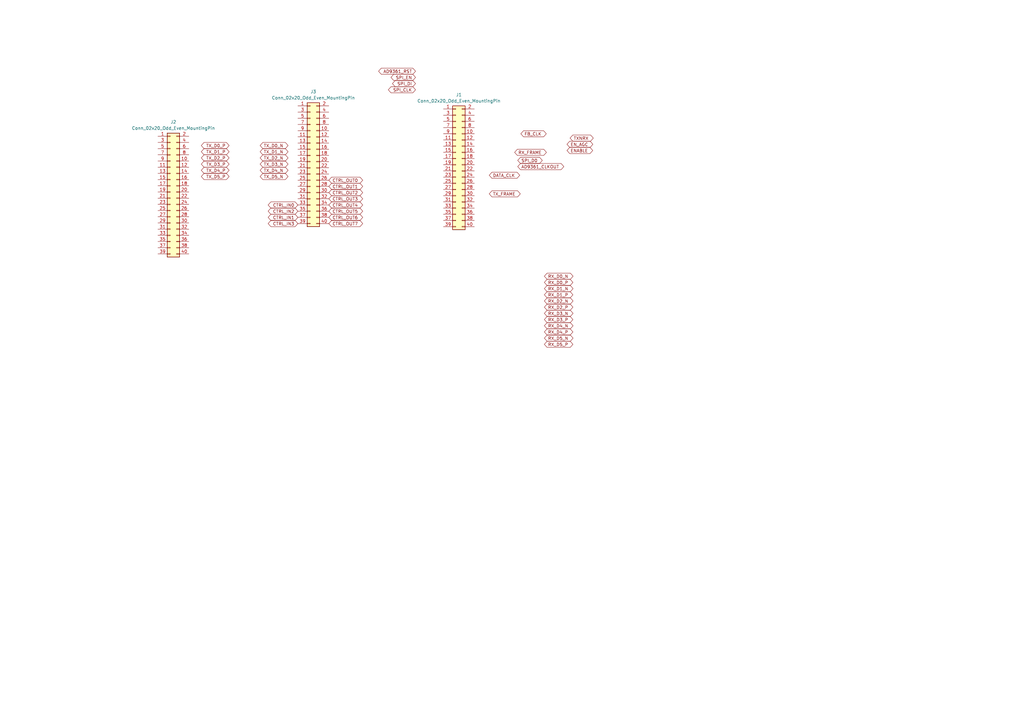
<source format=kicad_sch>
(kicad_sch (version 20231120) (generator "eeschema") (generator_version "8.0")
  (paper "A3")
  (lib_symbols
    (symbol "Conn_02x20_Odd_Even_MountingPin_1" (pin_names (offset 1.016) hide)
      (property "Reference" "J3" (at 1.27 28.702 0))
      (property "Value" "Conn_02x20_Odd_Even_MountingPin" (at 1.27 26.162 0))
      (symbol "Conn_02x20_Odd_Even_MountingPin_1_1_1"
        (rectangle (start -1.27 -25.273) (end 0 -25.527) (stroke (width 0.1524)))
        (rectangle (start -1.27 -22.733) (end 0 -22.987) (stroke (width 0.1524)))
        (rectangle (start -1.27 -20.193) (end 0 -20.447) (stroke (width 0.1524)))
        (rectangle (start -1.27 -17.653) (end 0 -17.907) (stroke (width 0.1524)))
        (rectangle (start -1.27 -15.113) (end 0 -15.367) (stroke (width 0.1524)))
        (rectangle (start -1.27 -12.573) (end 0 -12.827) (stroke (width 0.1524)))
        (rectangle (start -1.27 -10.033) (end 0 -10.287) (stroke (width 0.1524)))
        (rectangle (start -1.27 -7.493) (end 0 -7.747) (stroke (width 0.1524)))
        (rectangle (start -1.27 -4.953) (end 0 -5.207) (stroke (width 0.1524)))
        (rectangle (start -1.27 -2.413) (end 0 -2.667) (stroke (width 0.1524)))
        (rectangle (start -1.27 0.127) (end 0 -0.127) (stroke (width 0.1524)))
        (rectangle (start -1.27 2.667) (end 0 2.413) (stroke (width 0.1524)))
        (rectangle (start -1.27 5.207) (end 0 4.953) (stroke (width 0.1524)))
        (rectangle (start -1.27 7.747) (end 0 7.493) (stroke (width 0.1524)))
        (rectangle (start -1.27 10.287) (end 0 10.033) (stroke (width 0.1524)))
        (rectangle (start -1.27 12.827) (end 0 12.573) (stroke (width 0.1524)))
        (rectangle (start -1.27 15.367) (end 0 15.113) (stroke (width 0.1524)))
        (rectangle (start -1.27 17.907) (end 0 17.653) (stroke (width 0.1524)))
        (rectangle (start -1.27 20.447) (end 0 20.193) (stroke (width 0.1524)))
        (rectangle (start -1.27 22.987) (end 0 22.733) (stroke (width 0.1524)))
        (rectangle (start -1.27 24.13) (end 3.81 -26.67) (stroke (width 0.254)) (fill (type background)))
        (rectangle (start 3.81 -25.273) (end 2.54 -25.527) (stroke (width 0.1524)))
        (rectangle (start 3.81 -22.733) (end 2.54 -22.987) (stroke (width 0.1524)))
        (rectangle (start 3.81 -20.193) (end 2.54 -20.447) (stroke (width 0.1524)))
        (rectangle (start 3.81 -17.653) (end 2.54 -17.907) (stroke (width 0.1524)))
        (rectangle (start 3.81 -15.113) (end 2.54 -15.367) (stroke (width 0.1524)))
        (rectangle (start 3.81 -12.573) (end 2.54 -12.827) (stroke (width 0.1524)))
        (rectangle (start 3.81 -10.033) (end 2.54 -10.287) (stroke (width 0.1524)))
        (rectangle (start 3.81 -7.493) (end 2.54 -7.747) (stroke (width 0.1524)))
        (rectangle (start 3.81 -4.953) (end 2.54 -5.207) (stroke (width 0.1524)))
        (rectangle (start 3.81 -2.413) (end 2.54 -2.667) (stroke (width 0.1524)))
        (rectangle (start 3.81 0.127) (end 2.54 -0.127) (stroke (width 0.1524)))
        (rectangle (start 3.81 2.667) (end 2.54 2.413) (stroke (width 0.1524)))
        (rectangle (start 3.81 5.207) (end 2.54 4.953) (stroke (width 0.1524)))
        (rectangle (start 3.81 7.747) (end 2.54 7.493) (stroke (width 0.1524)))
        (rectangle (start 3.81 10.287) (end 2.54 10.033) (stroke (width 0.1524)))
        (rectangle (start 3.81 12.827) (end 2.54 12.573) (stroke (width 0.1524)))
        (rectangle (start 3.81 15.367) (end 2.54 15.113) (stroke (width 0.1524)))
        (rectangle (start 3.81 17.907) (end 2.54 17.653) (stroke (width 0.1524)))
        (rectangle (start 3.81 20.447) (end 2.54 20.193) (stroke (width 0.1524)))
        (rectangle (start 3.81 22.987) (end 2.54 22.733) (stroke (width 0.1524)))
        (pin passive line (at -5.08 22.86 0) (length 3.81) (name "Pin_1") (number "1"))
        (pin passive line (at 7.62 12.7 180) (length 3.81) (name "Pin_10") (number "10"))
        (pin passive line (at -5.08 10.16 0) (length 3.81) (name "Pin_11") (number "11"))
        (pin passive line (at 7.62 10.16 180) (length 3.81) (name "Pin_12") (number "12"))
        (pin passive line (at -5.08 7.62 0) (length 3.81) (name "Pin_13") (number "13"))
        (pin passive line (at 7.62 7.62 180) (length 3.81) (name "Pin_14") (number "14"))
        (pin passive line (at -5.08 5.08 0) (length 3.81) (name "Pin_15") (number "15"))
        (pin passive line (at 7.62 5.08 180) (length 3.81) (name "Pin_16") (number "16"))
        (pin passive line (at -5.08 2.54 0) (length 3.81) (name "Pin_17") (number "17"))
        (pin passive line (at 7.62 2.54 180) (length 3.81) (name "Pin_18") (number "18"))
        (pin passive line (at -5.08 0 0) (length 3.81) (name "Pin_19") (number "19"))
        (pin passive line (at 7.62 22.86 180) (length 3.81) (name "Pin_2") (number "2"))
        (pin passive line (at 7.62 0 180) (length 3.81) (name "Pin_20") (number "20"))
        (pin passive line (at -5.08 -2.54 0) (length 3.81) (name "Pin_21") (number "21"))
        (pin passive line (at 7.62 -2.54 180) (length 3.81) (name "Pin_22") (number "22"))
        (pin passive line (at -5.08 -5.08 0) (length 3.81) (name "Pin_23") (number "23"))
        (pin passive line (at 7.62 -5.08 180) (length 3.81) (name "Pin_24") (number "24"))
        (pin passive line (at -5.08 -7.62 0) (length 3.81) (name "Pin_25") (number "25"))
        (pin passive line (at 7.62 -7.62 180) (length 3.81) (name "Pin_26") (number "26"))
        (pin passive line (at -5.08 -10.16 0) (length 3.81) (name "Pin_27") (number "27"))
        (pin passive line (at 7.62 -10.16 180) (length 3.81) (name "Pin_28") (number "28"))
        (pin passive line (at -5.08 -12.7 0) (length 3.81) (name "Pin_29") (number "29"))
        (pin passive line (at -5.08 20.32 0) (length 3.81) (name "Pin_3") (number "3"))
        (pin passive line (at 7.62 -12.7 180) (length 3.81) (name "Pin_30") (number "30"))
        (pin passive line (at -5.08 -15.24 0) (length 3.81) (name "Pin_31") (number "31"))
        (pin passive line (at 7.62 -15.24 180) (length 3.81) (name "Pin_32") (number "32"))
        (pin passive line (at -5.08 -17.78 0) (length 3.81) (name "Pin_33") (number "33"))
        (pin passive line (at 7.62 -17.78 180) (length 3.81) (name "Pin_34") (number "34"))
        (pin passive line (at -5.08 -20.32 0) (length 3.81) (name "Pin_35") (number "35"))
        (pin passive line (at 7.62 -20.32 180) (length 3.81) (name "Pin_36") (number "36"))
        (pin passive line (at -5.08 -22.86 0) (length 3.81) (name "Pin_37") (number "37"))
        (pin passive line (at 7.62 -22.86 180) (length 3.81) (name "Pin_38") (number "38"))
        (pin passive line (at -5.08 -25.4 0) (length 3.81) (name "Pin_39") (number "39"))
        (pin passive line (at 7.62 20.32 180) (length 3.81) (name "Pin_4") (number "4"))
        (pin passive line (at 7.62 -25.4 180) (length 3.81) (name "Pin_40") (number "40"))
        (pin passive line (at -5.08 17.78 0) (length 3.81) (name "Pin_5") (number "5"))
        (pin passive line (at 7.62 17.78 180) (length 3.81) (name "Pin_6") (number "6"))
        (pin passive line (at -5.08 15.24 0) (length 3.81) (name "Pin_7") (number "7"))
        (pin passive line (at 7.62 15.24 180) (length 3.81) (name "Pin_8") (number "8"))
        (pin passive line (at -5.08 12.7 0) (length 3.81) (name "Pin_9") (number "9"))
      )
    )
  )
  (global_label "TX_D4_N" (shape bidirectional) (at 106.68 69.85 0) (property "Intersheetrefs" "${INTERSHEET_REFS}" (effects (hide yes))))
  (global_label "TX_D1_P" (shape bidirectional) (at 93.98 62.23 180) (property "Intersheetrefs" "${INTERSHEET_REFS}" (effects (hide yes))))
  (global_label "CTRL_OUT5" (shape bidirectional) (at 134.874 86.614 0) (property "Intersheetrefs" "${INTERSHEET_REFS}" (effects (hide yes))))
  (global_label "TX_D2_N" (shape bidirectional) (at 106.68 64.77 0) (property "Intersheetrefs" "${INTERSHEET_REFS}" (effects (hide yes))))
  (global_label "SPI_DI" (shape bidirectional) (at 170.434 34.29 180) (property "Intersheetrefs" "${INTERSHEET_REFS}" (effects (hide yes))))
  (global_label "RX_FRAME" (shape bidirectional) (at 211.074 62.484 0) (property "Intersheetrefs" "${INTERSHEET_REFS}" (effects (hide yes))))
  (global_label "TX_D2_P" (shape bidirectional) (at 93.98 64.77 180) (property "Intersheetrefs" "${INTERSHEET_REFS}" (effects (hide yes))))
  (global_label "RX_D2_N" (shape bidirectional) (at 223.266 123.444 0) (property "Intersheetrefs" "${INTERSHEET_REFS}" (effects (hide yes))))
  (global_label "TX_D5_P" (shape bidirectional) (at 93.98 72.39 180) (property "Intersheetrefs" "${INTERSHEET_REFS}" (effects (hide yes))))
  (global_label "RX_D5_N" (shape bidirectional) (at 223.266 138.684 0) (property "Intersheetrefs" "${INTERSHEET_REFS}" (effects (hide yes))))
  (global_label "TXNRX" (shape bidirectional) (at 233.807 56.642 0) (property "Intersheetrefs" "${INTERSHEET_REFS}" (effects (hide yes))))
  (global_label "RX_D0_P" (shape bidirectional) (at 223.266 115.824 0) (property "Intersheetrefs" "${INTERSHEET_REFS}" (effects (hide yes))))
  (global_label "FB_CLK" (shape bidirectional) (at 213.614 54.864 0) (property "Intersheetrefs" "${INTERSHEET_REFS}" (effects (hide yes))))
  (global_label "RX_D4_P" (shape bidirectional) (at 223.266 136.144 0) (property "Intersheetrefs" "${INTERSHEET_REFS}" (effects (hide yes))))
  (global_label "TX_D4_P" (shape bidirectional) (at 93.98 69.85 180) (property "Intersheetrefs" "${INTERSHEET_REFS}" (effects (hide yes))))
  (global_label "EN_AGC" (shape bidirectional) (at 232.537 59.182 0) (property "Intersheetrefs" "${INTERSHEET_REFS}" (effects (hide yes))))
  (global_label "TX_FRAME" (shape bidirectional) (at 200.66 79.502 0) (property "Intersheetrefs" "${INTERSHEET_REFS}" (effects (hide yes))))
  (global_label "DATA_CLK" (shape bidirectional) (at 200.66 71.882 0) (property "Intersheetrefs" "${INTERSHEET_REFS}" (effects (hide yes))))
  (global_label "TX_D0_P" (shape bidirectional) (at 93.98 59.69 180) (property "Intersheetrefs" "${INTERSHEET_REFS}" (effects (hide yes))))
  (global_label "CTRL_OUT4" (shape bidirectional) (at 134.874 84.074 0) (property "Intersheetrefs" "${INTERSHEET_REFS}" (effects (hide yes))))
  (global_label "RX_D4_N" (shape bidirectional) (at 223.266 133.604 0) (property "Intersheetrefs" "${INTERSHEET_REFS}" (effects (hide yes))))
  (global_label "TX_D0_N" (shape bidirectional) (at 106.68 59.69 0) (property "Intersheetrefs" "${INTERSHEET_REFS}" (effects (hide yes))))
  (global_label "CTRL_OUT1" (shape bidirectional) (at 134.874 76.454 0) (property "Intersheetrefs" "${INTERSHEET_REFS}" (effects (hide yes))))
  (global_label "CTRL_IN3" (shape bidirectional) (at 122.174 91.694 180) (property "Intersheetrefs" "${INTERSHEET_REFS}" (effects (hide yes))))
  (global_label "RX_D1_P" (shape bidirectional) (at 223.266 120.904 0) (property "Intersheetrefs" "${INTERSHEET_REFS}" (effects (hide yes))))
  (global_label "CTRL_OUT6" (shape bidirectional) (at 134.874 89.154 0) (property "Intersheetrefs" "${INTERSHEET_REFS}" (effects (hide yes))))
  (global_label "RX_D3_P" (shape bidirectional) (at 223.266 131.064 0) (property "Intersheetrefs" "${INTERSHEET_REFS}" (effects (hide yes))))
  (global_label "CTRL_OUT3" (shape bidirectional) (at 134.874 81.534 0) (property "Intersheetrefs" "${INTERSHEET_REFS}" (effects (hide yes))))
  (global_label "CTRL_IN1" (shape bidirectional) (at 122.174 89.154 180) (property "Intersheetrefs" "${INTERSHEET_REFS}" (effects (hide yes))))
  (global_label "AD9361_CLKOUT" (shape bidirectional) (at 212.344 68.326 0) (property "Intersheetrefs" "${INTERSHEET_REFS}" (effects (hide yes))))
  (global_label "RX_D3_N" (shape bidirectional) (at 223.266 128.524 0) (property "Intersheetrefs" "${INTERSHEET_REFS}" (effects (hide yes))))
  (global_label "RX_D0_N" (shape bidirectional) (at 223.266 113.284 0) (property "Intersheetrefs" "${INTERSHEET_REFS}" (effects (hide yes))))
  (global_label "SPI_EN" (shape bidirectional) (at 170.434 31.75 180) (property "Intersheetrefs" "${INTERSHEET_REFS}" (effects (hide yes))))
  (global_label "AD9361_RST" (shape bidirectional) (at 170.434 29.21 180) (property "Intersheetrefs" "${INTERSHEET_REFS}" (effects (hide yes))))
  (global_label "RX_D1_N" (shape bidirectional) (at 223.266 118.364 0) (property "Intersheetrefs" "${INTERSHEET_REFS}" (effects (hide yes))))
  (global_label "RX_D2_P" (shape bidirectional) (at 223.266 125.984 0) (property "Intersheetrefs" "${INTERSHEET_REFS}" (effects (hide yes))))
  (global_label "TX_D1_N" (shape bidirectional) (at 106.68 62.23 0) (property "Intersheetrefs" "${INTERSHEET_REFS}" (effects (hide yes))))
  (global_label "CTRL_IN2" (shape bidirectional) (at 122.174 86.614 180) (property "Intersheetrefs" "${INTERSHEET_REFS}" (effects (hide yes))))
  (global_label "CTRL_OUT2" (shape bidirectional) (at 134.874 78.994 0) (property "Intersheetrefs" "${INTERSHEET_REFS}" (effects (hide yes))))
  (global_label "TX_D5_N" (shape bidirectional) (at 106.68 72.39 0) (property "Intersheetrefs" "${INTERSHEET_REFS}" (effects (hide yes))))
  (global_label "CTRL_OUT7" (shape bidirectional) (at 134.874 91.694 0) (property "Intersheetrefs" "${INTERSHEET_REFS}" (effects (hide yes))))
  (global_label "TX_D3_N" (shape bidirectional) (at 106.68 67.31 0) (property "Intersheetrefs" "${INTERSHEET_REFS}" (effects (hide yes))))
  (global_label "RX_D5_P" (shape bidirectional) (at 223.266 141.224 0) (property "Intersheetrefs" "${INTERSHEET_REFS}" (effects (hide yes))))
  (global_label "CTRL_IN0" (shape bidirectional) (at 122.174 84.074 180) (property "Intersheetrefs" "${INTERSHEET_REFS}" (effects (hide yes))))
  (global_label "TX_D3_P" (shape bidirectional) (at 93.98 67.31 180) (property "Intersheetrefs" "${INTERSHEET_REFS}" (effects (hide yes))))
  (global_label "CTRL_OUT0" (shape bidirectional) (at 134.874 73.914 0) (property "Intersheetrefs" "${INTERSHEET_REFS}" (effects (hide yes))))
  (global_label "SPI_D0" (shape bidirectional) (at 212.344 65.786 0) (property "Intersheetrefs" "${INTERSHEET_REFS}" (effects (hide yes))))
  (global_label "ENABLE" (shape bidirectional) (at 232.537 61.722 0) (property "Intersheetrefs" "${INTERSHEET_REFS}" (effects (hide yes))))
  (global_label "SPI_CLK" (shape bidirectional) (at 170.434 36.83 180) (property "Intersheetrefs" "${INTERSHEET_REFS}" (effects (hide yes))))
  (symbol (lib_name "Conn_02x20_Odd_Even_MountingPin_1") (lib_id "Connector_Generic_MountingPin:Conn_02x20_Odd_Even_MountingPin") (at 186.944 67.564 0) (unit 1)
    (property "Reference" "J1" (at 188.214 38.862 0))
    (property "Value" "Conn_02x20_Odd_Even_MountingPin" (at 188.214 41.402 0))
    (property "Footprint" "Connector_PinSocket_2.54mm:PinSocket_2x20_P2.54mm_Vertical" (effects (hide yes)))
    (property "Description" "Generic connectable mounting pin connector, double row, 02x20, odd/even pin numbering scheme (row 1 odd numbers, row 2 even numbers), script generated (kicad-library-utils/schlib/autogen/connector/)" (effects (hide yes)))
  )
  (symbol (lib_name "Conn_02x20_Odd_Even_MountingPin_1") (lib_id "Connector_Generic_MountingPin:Conn_02x20_Odd_Even_MountingPin") (at 127.254 66.294 0) (unit 1)
    (property "Reference" "J3" (at 128.524 37.592 0))
    (property "Value" "Conn_02x20_Odd_Even_MountingPin" (at 128.524 40.132 0))
    (property "Footprint" "Connector_PinSocket_2.54mm:PinSocket_2x20_P2.54mm_Vertical" (effects (hide yes)))
    (property "Description" "Generic connectable mounting pin connector, double row, 02x20, odd/even pin numbering scheme (row 1 odd numbers, row 2 even numbers), script generated (kicad-library-utils/schlib/autogen/connector/)" (effects (hide yes)))
  )
  (symbol (lib_name "Conn_02x20_Odd_Even_MountingPin_1") (lib_id "Connector_Generic_MountingPin:Conn_02x20_Odd_Even_MountingPin") (at 69.85 78.74 0) (unit 1)
    (property "Reference" "J2" (at 71.12 50.038 0))
    (property "Value" "Conn_02x20_Odd_Even_MountingPin" (at 71.12 52.578 0))
    (property "Footprint" "Connector_PinSocket_2.54mm:PinSocket_2x20_P2.54mm_Vertical" (effects (hide yes)))
    (property "Description" "Generic connectable mounting pin connector, double row, 02x20, odd/even pin numbering scheme (row 1 odd numbers, row 2 even numbers), script generated (kicad-library-utils/schlib/autogen/connector/)" (effects (hide yes)))
  )
)
</source>
